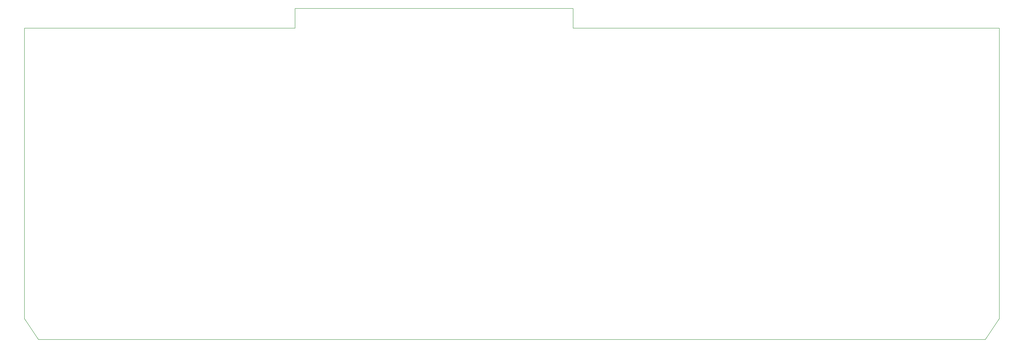
<source format=gbr>
G04 DipTrace 3.1.0.1*
G04 BoardOutline.gbr*
%MOMM*%
G04 #@! TF.FileFunction,Profile*
G04 #@! TF.Part,Single*
%ADD11C,0.14*%
%FSLAX35Y35*%
G04*
G71*
G90*
G75*
G01*
G04 BoardOutline*
%LPD*%
X20494000Y15225000D2*
D11*
X20630000D1*
X20890000D1*
X21026000D1*
X21286000D1*
X21422000D1*
X21682000D1*
X21818000D1*
X22078000D1*
X22214000D1*
X22474000D1*
X22610000D1*
X22870000D1*
X23006000D1*
X23266000D1*
X23402000D1*
X23662000D1*
X23798000D1*
X24058000D1*
X24194000D1*
X24454000D1*
X24554000D1*
Y14375000D1*
X42850000D1*
Y1900000D1*
X42250000Y1000000D1*
X1600000D1*
X1000000Y1900000D1*
Y14375000D1*
X12610000D1*
Y15225000D1*
X12710000D1*
X12970000D1*
X13106000D1*
X13366000D1*
X13502000D1*
X13762000D1*
X13898000D1*
X14158000D1*
X14294000D1*
X14554000D1*
X14690000D1*
X14950000D1*
X15086000D1*
X15346000D1*
X15482000D1*
X15742000D1*
X15878000D1*
X16138000D1*
X16274000D1*
X16534000D1*
X16670000D1*
X16930000D1*
X17066000D1*
X17326000D1*
X17462000D1*
X17722000D1*
X17858000D1*
X18118000D1*
X18254000D1*
X19838000D1*
X20098000D1*
X20234000D1*
X20494000D1*
M02*

</source>
